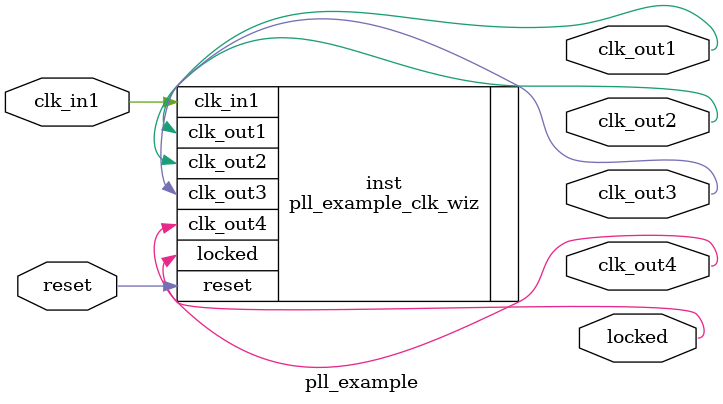
<source format=v>


`timescale 1ps/1ps

(* CORE_GENERATION_INFO = "pll_example,clk_wiz_v6_0_4_0_0,{component_name=pll_example,use_phase_alignment=true,use_min_o_jitter=false,use_max_i_jitter=false,use_dyn_phase_shift=false,use_inclk_switchover=false,use_dyn_reconfig=false,enable_axi=0,feedback_source=FDBK_AUTO,PRIMITIVE=MMCM,num_out_clk=4,clkin1_period=20.000,clkin2_period=10.0,use_power_down=false,use_reset=true,use_locked=true,use_inclk_stopped=false,feedback_type=SINGLE,CLOCK_MGR_TYPE=NA,manual_override=false}" *)

module pll_example 
 (
  // Clock out ports
  output        clk_out1,
  output        clk_out2,
  output        clk_out3,
  output        clk_out4,
  // Status and control signals
  input         reset,
  output        locked,
 // Clock in ports
  input         clk_in1
 );

  pll_example_clk_wiz inst
  (
  // Clock out ports  
  .clk_out1(clk_out1),
  .clk_out2(clk_out2),
  .clk_out3(clk_out3),
  .clk_out4(clk_out4),
  // Status and control signals               
  .reset(reset), 
  .locked(locked),
 // Clock in ports
  .clk_in1(clk_in1)
  );

endmodule

</source>
